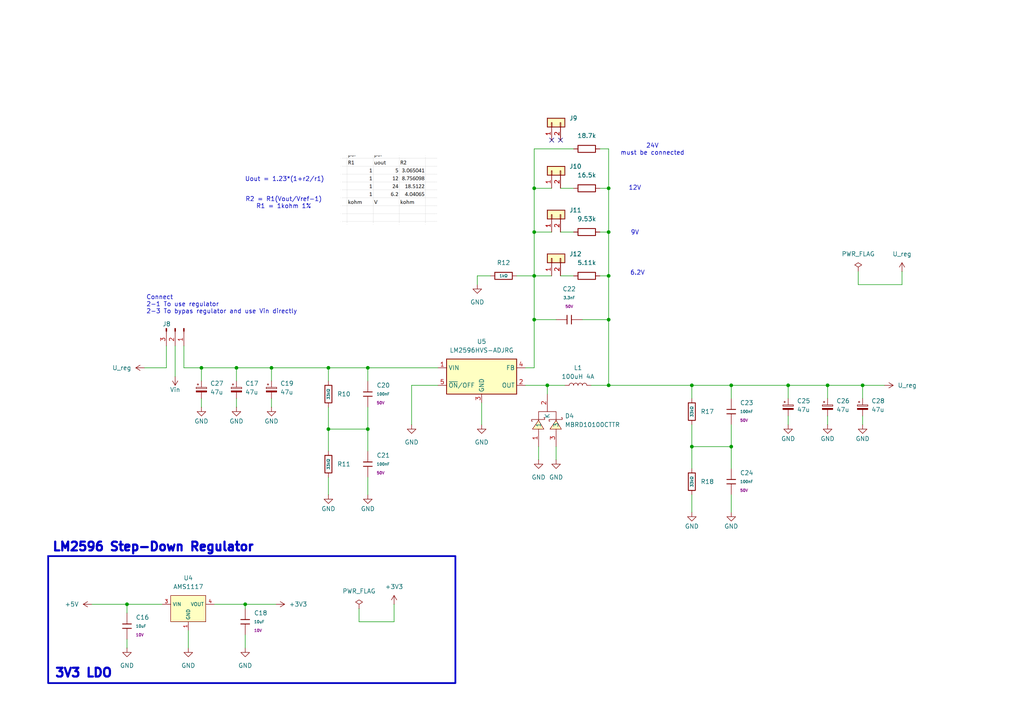
<source format=kicad_sch>
(kicad_sch (version 20250114) (generator "eeschema") (generator_version "9.0")
  (paper "A4")
  (lib_symbols
    (symbol "Connector:Conn_01x03_Pin" (pin_names (offset 1.016) (hide yes))
      (property "Reference" "J" (at 0 5.08 0))
      (property "Value" "Conn_01x03_Pin" (at 0 -5.08 0))
      (symbol "Conn_01x03_Pin_1_1"
        (rectangle (start 0.8636 2.667) (end 0 2.413) (stroke (width 0.1524)) (fill (type outline)))
        (rectangle (start 0.8636 0.127) (end 0 -0.127) (stroke (width 0.1524)) (fill (type outline)))
        (rectangle (start 0.8636 -2.413) (end 0 -2.667) (stroke (width 0.1524)) (fill (type outline)))
        (polyline (pts (xy 1.27 2.54) (xy 0.8636 2.54)) (stroke (width 0.1524)))
        (polyline (pts (xy 1.27 0) (xy 0.8636 0)) (stroke (width 0.1524)))
        (polyline (pts (xy 1.27 -2.54) (xy 0.8636 -2.54)) (stroke (width 0.1524)))
        (pin passive line (at 5.08 2.54 180) (length 3.81) (name "Pin_1") (number "1"))
        (pin passive line (at 5.08 0 180) (length 3.81) (name "Pin_2") (number "2"))
        (pin passive line (at 5.08 -2.54 180) (length 3.81) (name "Pin_3") (number "3"))
      )
    )
    (symbol "Connector_Generic:Conn_01x02" (pin_names (offset 1.016) (hide yes))
      (property "Reference" "J" (at 0 2.54 0))
      (property "Value" "Conn_01x02" (at 0 -5.08 0))
      (symbol "Conn_01x02_1_1"
        (rectangle (start -1.27 1.27) (end 1.27 -3.81) (stroke (width 0.254)) (fill (type background)))
        (rectangle (start -1.27 0.127) (end 0 -0.127) (stroke (width 0.1524)))
        (rectangle (start -1.27 -2.413) (end 0 -2.667) (stroke (width 0.1524)))
        (pin passive line (at -5.08 0 0) (length 3.81) (name "Pin_1") (number "1"))
        (pin passive line (at -5.08 -2.54 0) (length 3.81) (name "Pin_2") (number "2"))
      )
    )
    (symbol "Device:C_Polarized_Small" (pin_numbers (hide yes)) (pin_names (offset 0.254) (hide yes))
      (property "Reference" "C" (at 0.254 1.778 0))
      (property "Value" "C_Polarized_Small" (at 0.254 -2.032 0))
      (symbol "C_Polarized_Small_0_1"
        (rectangle (start -1.524 0.6858) (end 1.524 0.3048))
        (rectangle (start -1.524 -0.3048) (end 1.524 -0.6858) (fill (type outline)))
        (polyline (pts (xy -1.27 1.524) (xy -0.762 1.524)))
        (polyline (pts (xy -1.016 1.27) (xy -1.016 1.778)))
      )
      (symbol "C_Polarized_Small_1_1"
        (pin passive line (at 0 2.54 270) (length 1.8542) (name "~") (number "1"))
        (pin passive line (at 0 -2.54 90) (length 1.8542) (name "~") (number "2"))
      )
    )
    (symbol "Device:L" (pin_numbers (hide yes)) (pin_names (offset 1.016) (hide yes))
      (property "Reference" "L" (at -1.27 0 90))
      (property "Value" "L" (at 1.905 0 90))
      (symbol "L_0_1"
        (arc (start 0 2.54) (mid 0.6323 1.905) (end 0 1.27))
        (arc (start 0 1.27) (mid 0.6323 0.635) (end 0 0))
        (arc (start 0 0) (mid 0.6323 -0.635) (end 0 -1.27))
        (arc (start 0 -1.27) (mid 0.6323 -1.905) (end 0 -2.54))
      )
      (symbol "L_1_1"
        (pin passive line (at 0 3.81 270) (length 1.27) (name "1") (number "1"))
        (pin passive line (at 0 -3.81 90) (length 1.27) (name "2") (number "2"))
      )
    )
    (symbol "Device:R" (pin_numbers (hide yes)) (pin_names (offset 0))
      (property "Reference" "R" (at 2.032 0 90))
      (property "Value" "R" (at 0 0 90))
      (symbol "R_0_1"
        (rectangle (start -1.016 -2.54) (end 1.016 2.54) (stroke (width 0.254)))
      )
      (symbol "R_1_1"
        (pin passive line (at 0 3.81 270) (length 1.27) (name "~") (number "1"))
        (pin passive line (at 0 -3.81 90) (length 1.27) (name "~") (number "2"))
      )
    )
    (symbol "PCM_JLCPCB-Capacitors:0603,100nF" (pin_numbers (hide yes)) (pin_names (offset 0))
      (property "Reference" "C" (at 2.032 1.668 0))
      (property "Value" "100nF" (at 2.032 -0.3782 0))
      (property "Voltage Rated" "50V" (at 2.032 -2.0462 0))
      (symbol "0603,100nF_0_1"
        (polyline (pts (xy -1.27 0.635) (xy 1.27 0.635)) (stroke (width 0.254)))
        (polyline (pts (xy -1.27 -0.635) (xy 1.27 -0.635)) (stroke (width 0.254)))
      )
      (symbol "0603,100nF_1_1"
        (pin passive line (at 0 3.81 270) (length 3.175) (name "~") (number "1"))
        (pin passive line (at 0 -3.81 90) (length 3.175) (name "~") (number "2"))
      )
    )
    (symbol "PCM_JLCPCB-Capacitors:0603,10uF" (pin_numbers (hide yes)) (pin_names (offset 0))
      (property "Reference" "C" (at 2.032 1.668 0))
      (property "Value" "10uF" (at 2.032 -0.3782 0))
      (property "Voltage Rated" "10V" (at 2.032 -2.0462 0))
      (symbol "0603,10uF_0_1"
        (polyline (pts (xy -1.27 0.635) (xy 1.27 0.635)) (stroke (width 0.254)))
        (polyline (pts (xy -1.27 -0.635) (xy 1.27 -0.635)) (stroke (width 0.254)))
      )
      (symbol "0603,10uF_1_1"
        (pin passive line (at 0 3.81 270) (length 3.175) (name "~") (number "1"))
        (pin passive line (at 0 -3.81 90) (length 3.175) (name "~") (number "2"))
      )
    )
    (symbol "PCM_JLCPCB-Capacitors:0603,3.3nF" (pin_numbers (hide yes)) (pin_names (offset 0))
      (property "Reference" "C" (at 2.032 1.668 0))
      (property "Value" "3.3nF" (at 2.032 -0.3782 0))
      (property "Voltage Rated" "50V" (at 2.032 -2.0462 0))
      (symbol "0603,3.3nF_0_1"
        (polyline (pts (xy -1.27 0.635) (xy 1.27 0.635)) (stroke (width 0.254)))
        (polyline (pts (xy -1.27 -0.635) (xy 1.27 -0.635)) (stroke (width 0.254)))
      )
      (symbol "0603,3.3nF_1_1"
        (pin passive line (at 0 3.81 270) (length 3.175) (name "~") (number "1"))
        (pin passive line (at 0 -3.81 90) (length 3.175) (name "~") (number "2"))
      )
    )
    (symbol "PCM_JLCPCB-Power:LDO, 3.3V, 1A"
      (property "Reference" "U" (at 0 8.89 0))
      (property "Value" "AMS1117" (at 0 6.35 0))
      (symbol "LDO, 3.3V, 1A_0_1"
        (rectangle (start -5.08 5.08) (end 5.08 -2.54) (fill (type background)))
        (pin unspecified line (at 0 -5.08 90) (length 2.54) (name "GND") (number "1"))
        (pin unspecified line (at 7.62 2.54 180) (length 2.54) (name "VOUT") (number "4"))
      )
      (symbol "LDO, 3.3V, 1A_1_1"
        (pin unspecified line (at -7.62 2.54 0) (length 2.54) (name "VIN") (number "3"))
        (pin unspecified line (at 7.62 2.54 180) (length 2.54) (hide yes) (name "VOUT") (number "2"))
      )
    )
    (symbol "PCM_JLCPCB-Resistors:0402,1kΩ" (pin_numbers (hide yes)) (pin_names (offset 0))
      (property "Reference" "R" (at 1.778 0 0))
      (property "Value" "1kΩ" (at 0 0 90))
      (symbol "0402,1kΩ_0_1"
        (rectangle (start -1.016 2.54) (end 1.016 -2.54) (stroke (width 0.254)))
      )
      (symbol "0402,1kΩ_1_1"
        (pin passive line (at 0 3.81 270) (length 1.27) (name "~") (number "1"))
        (pin passive line (at 0 -3.81 90) (length 1.27) (name "~") (number "2"))
      )
    )
    (symbol "PCM_JLCPCB-Resistors:0402,33kΩ" (pin_numbers (hide yes)) (pin_names (offset 0))
      (property "Reference" "R" (at 1.778 0 0))
      (property "Value" "33kΩ" (at 0 0 90))
      (symbol "0402,33kΩ_0_1"
        (rectangle (start -1.016 2.54) (end 1.016 -2.54) (stroke (width 0.254)))
      )
      (symbol "0402,33kΩ_1_1"
        (pin passive line (at 0 3.81 270) (length 1.27) (name "~") (number "1"))
        (pin passive line (at 0 -3.81 90) (length 1.27) (name "~") (number "2"))
      )
    )
    (symbol "Regulator_Switching:LM2596S-ADJ"
      (property "Reference" "U" (at -10.16 6.35 0))
      (property "Value" "LM2596S-ADJ" (at 0 6.35 0))
      (symbol "LM2596S-ADJ_0_1"
        (rectangle (start -10.16 5.08) (end 10.16 -5.08) (stroke (width 0.254)) (fill (type background)))
      )
      (symbol "LM2596S-ADJ_1_1"
        (pin power_in line (at -12.7 2.54 0) (length 2.54) (name "VIN") (number "1"))
        (pin input line (at -12.7 -2.54 0) (length 2.54) (name "~{ON}/OFF") (number "5"))
        (pin power_in line (at 0 -7.62 90) (length 2.54) (name "GND") (number "3"))
        (pin input line (at 12.7 2.54 180) (length 2.54) (name "FB") (number "4"))
        (pin output line (at 12.7 -2.54 180) (length 2.54) (name "OUT") (number "2"))
      )
    )
    (symbol "SMC_MBRD10100CTTR:MBRD10100CTTR"
      (property "Reference" "D" (at 0 7.62 0))
      (property "Value" "MBRD10100CTTR" (at 0 -7.62 0))
      (symbol "MBRD10100CTTR_0_1"
        (polyline (pts (xy -2.54 1.02) (xy 0 2.54) (xy -2.54 4.32) (xy -2.54 1.02)) (fill (type background)))
        (polyline (pts (xy -2.54 -4.06) (xy 0 -2.54) (xy -2.54 -0.76) (xy -2.54 -4.06)) (fill (type background)))
        (polyline (pts (xy 0 2.54) (xy 2.54 2.54) (xy 2.54 -2.54) (xy 0 -2.54)))
        (polyline (pts (xy 0.76 1.02) (xy 0.76 0.76) (xy 0.25 0.76) (xy 0.25 4.57) (xy -0.25 4.57) (xy -0.25 4.32)))
        (polyline (pts (xy 0.76 -4.06) (xy 0.76 -4.32) (xy 0.25 -4.32) (xy 0.25 -0.51) (xy -0.25 -0.51) (xy -0.25 -0.76)))
        (pin unspecified line (at -7.62 2.54 0) (length 5.08) (name "1") (number "1"))
        (pin unspecified line (at -7.62 -2.54 0) (length 5.08) (name "3") (number "3"))
        (pin unspecified line (at 7.62 0 180) (length 5.08) (name "K") (number "2"))
      )
    )
    (symbol "power:+5V" (power) (pin_numbers (hide yes)) (pin_names (offset 0) (hide yes))
      (property "Value" "+5V" (at 0 3.556 0))
      (symbol "+5V_0_1"
        (polyline (pts (xy -0.762 1.27) (xy 0 2.54)))
        (polyline (pts (xy 0 2.54) (xy 0.762 1.27)))
        (polyline (pts (xy 0 0) (xy 0 2.54)))
      )
      (symbol "+5V_1_1"
        (pin power_in line (at 0 0 90) (length 0) (name "~") (number "1"))
      )
    )
    (symbol "power:GND" (power) (pin_numbers (hide yes)) (pin_names (offset 0) (hide yes))
      (property "Value" "GND" (at 0 -3.81 0))
      (symbol "GND_0_1"
        (polyline (pts (xy 0 0) (xy 0 -1.27) (xy 1.27 -1.27) (xy 0 -2.54) (xy -1.27 -1.27) (xy 0 -1.27)))
      )
      (symbol "GND_1_1"
        (pin power_in line (at 0 0 270) (length 0) (name "~") (number "1"))
      )
    )
    (symbol "power:PWR_FLAG" (power) (pin_numbers (hide yes)) (pin_names (offset 0) (hide yes))
      (property "Value" "PWR_FLAG" (at 0 3.81 0))
      (symbol "PWR_FLAG_0_0"
        (pin power_out line (at 0 0 90) (length 0) (name "~") (number "1"))
      )
      (symbol "PWR_FLAG_0_1"
        (polyline (pts (xy 0 0) (xy 0 1.27) (xy -1.016 1.905) (xy 0 2.54) (xy 1.016 1.905) (xy 0 1.27)))
      )
    )
    (symbol "power:VCC" (power) (pin_numbers (hide yes)) (pin_names (offset 0) (hide yes))
      (property "Value" "VCC" (at 0 3.556 0))
      (symbol "VCC_0_1"
        (polyline (pts (xy -0.762 1.27) (xy 0 2.54)))
        (polyline (pts (xy 0 2.54) (xy 0.762 1.27)))
        (polyline (pts (xy 0 0) (xy 0 2.54)))
      )
      (symbol "VCC_1_1"
        (pin power_in line (at 0 0 90) (length 0) (name "~") (number "1"))
      )
    )
  )
  (rectangle (start 13.97 161.29) (end 132.08 198.12) (stroke (width 0.508)))
  (text "6.2V\n" (at 184.912 79.248 0) (effects (font (size 1.27 1.27))))
  (text "3V3 LDO\n" (at 15.748 195.326 0) (effects (font (size 2.54 2.54) (thickness 0.762) (bold yes)) (justify left)))
  (text "R2 = R1(Vout/Vref-1)\nR1 = 1kohm 1%\n" (at 82.296 58.928 0) (effects (font (size 1.27 1.27))))
  (text "LM2596 Step-Down Regulator\n" (at 14.986 158.75 0) (effects (font (size 2.54 2.54) (thickness 0.762) (bold yes)) (justify left)))
  (text "Uout = 1.23*(1+r2/r1)\n" (at 82.55 52.07 0) (effects (font (size 1.27 1.27))))
  (text "Connect\n2-1 To use regulator\n2-3 To bypas regulator and use Vin directly" (at 42.418 88.392 0) (effects (font (size 1.27 1.27)) (justify left)))
  (text "9V" (at 184.15 67.564 0) (effects (font (size 1.27 1.27))))
  (text "12V\n" (at 184.15 54.61 0) (effects (font (size 1.27 1.27))))
  (text "24V\nmust be connected" (at 189.23 43.434 0) (effects (font (size 1.27 1.27))))
  (junction (at 71.12 175.26))
  (junction (at 200.66 129.54))
  (junction (at 68.58 106.68))
  (junction (at 176.53 111.76))
  (junction (at 228.6 111.76))
  (junction (at 154.94 67.31))
  (junction (at 200.66 111.76))
  (junction (at 158.75 111.76))
  (junction (at 78.74 106.68))
  (junction (at 176.53 54.61))
  (junction (at 36.83 175.26))
  (junction (at 176.53 67.31))
  (junction (at 154.94 54.61))
  (junction (at 176.53 80.01))
  (junction (at 240.03 111.76))
  (junction (at 212.09 129.54))
  (junction (at 212.09 111.76))
  (junction (at 106.68 106.68))
  (junction (at 95.25 124.46))
  (junction (at 106.68 124.46))
  (junction (at 154.94 92.71))
  (junction (at 176.53 92.71))
  (junction (at 154.94 80.01))
  (junction (at 58.42 106.68))
  (junction (at 95.25 106.68))
  (junction (at 250.19 111.76))
  (no_connect (at 160.02 40.64))
  (no_connect (at 162.56 40.64))
  (wire (pts (xy 104.14 176.53) (xy 104.14 180.34)))
  (wire (pts (xy 176.53 111.76) (xy 200.66 111.76)))
  (wire (pts (xy 154.94 67.31) (xy 160.02 67.31)))
  (wire (pts (xy 162.56 67.31) (xy 166.37 67.31)))
  (wire (pts (xy 154.94 106.68) (xy 152.4 106.68)))
  (wire (pts (xy 168.91 92.71) (xy 176.53 92.71)))
  (wire (pts (xy 139.7 116.84) (xy 139.7 123.19)))
  (wire (pts (xy 54.61 182.88) (xy 54.61 187.96)))
  (wire (pts (xy 95.25 118.11) (xy 95.25 124.46)))
  (wire (pts (xy 149.86 80.01) (xy 154.94 80.01)))
  (wire (pts (xy 119.38 111.76) (xy 127 111.76)))
  (wire (pts (xy 212.09 123.19) (xy 212.09 129.54)))
  (wire (pts (xy 138.43 82.55) (xy 138.43 80.01)))
  (wire (pts (xy 106.68 124.46) (xy 106.68 130.81)))
  (wire (pts (xy 240.03 120.65) (xy 240.03 123.19)))
  (wire (pts (xy 240.03 111.76) (xy 240.03 115.57)))
  (wire (pts (xy 95.25 124.46) (xy 95.25 130.81)))
  (wire (pts (xy 248.92 78.74) (xy 248.92 82.55)))
  (wire (pts (xy 212.09 111.76) (xy 228.6 111.76)))
  (wire (pts (xy 58.42 106.68) (xy 58.42 110.49)))
  (wire (pts (xy 154.94 43.18) (xy 166.37 43.18)))
  (wire (pts (xy 71.12 175.26) (xy 71.12 176.53)))
  (wire (pts (xy 53.34 106.68) (xy 58.42 106.68)))
  (wire (pts (xy 212.09 111.76) (xy 212.09 115.57)))
  (wire (pts (xy 62.23 175.26) (xy 71.12 175.26)))
  (wire (pts (xy 104.14 180.34) (xy 114.3 180.34)))
  (wire (pts (xy 50.8 109.22) (xy 50.8 100.33)))
  (wire (pts (xy 200.66 143.51) (xy 200.66 148.59)))
  (wire (pts (xy 176.53 43.18) (xy 173.99 43.18)))
  (wire (pts (xy 212.09 143.51) (xy 212.09 148.59)))
  (wire (pts (xy 138.43 80.01) (xy 142.24 80.01)))
  (wire (pts (xy 176.53 67.31) (xy 176.53 54.61)))
  (wire (pts (xy 154.94 80.01) (xy 160.02 80.01)))
  (wire (pts (xy 154.94 54.61) (xy 160.02 54.61)))
  (wire (pts (xy 58.42 115.57) (xy 58.42 118.11)))
  (wire (pts (xy 212.09 129.54) (xy 212.09 135.89)))
  (wire (pts (xy 78.74 106.68) (xy 95.25 106.68)))
  (wire (pts (xy 106.68 138.43) (xy 106.68 143.51)))
  (wire (pts (xy 200.66 123.19) (xy 200.66 129.54)))
  (wire (pts (xy 58.42 106.68) (xy 68.58 106.68)))
  (wire (pts (xy 152.4 111.76) (xy 158.75 111.76)))
  (wire (pts (xy 154.94 92.71) (xy 161.29 92.71)))
  (wire (pts (xy 48.26 106.68) (xy 48.26 100.33)))
  (wire (pts (xy 200.66 111.76) (xy 200.66 115.57)))
  (wire (pts (xy 154.94 67.31) (xy 154.94 80.01)))
  (wire (pts (xy 106.68 106.68) (xy 106.68 110.49)))
  (wire (pts (xy 158.75 111.76) (xy 158.75 114.3)))
  (wire (pts (xy 68.58 115.57) (xy 68.58 118.11)))
  (wire (pts (xy 228.6 120.65) (xy 228.6 123.19)))
  (wire (pts (xy 53.34 100.33) (xy 53.34 106.68)))
  (wire (pts (xy 200.66 129.54) (xy 212.09 129.54)))
  (wire (pts (xy 36.83 185.42) (xy 36.83 187.96)))
  (wire (pts (xy 71.12 184.15) (xy 71.12 187.96)))
  (wire (pts (xy 78.74 106.68) (xy 78.74 110.49)))
  (wire (pts (xy 78.74 115.57) (xy 78.74 118.11)))
  (wire (pts (xy 161.29 129.54) (xy 161.29 133.35)))
  (wire (pts (xy 261.62 82.55) (xy 261.62 78.74)))
  (wire (pts (xy 154.94 80.01) (xy 154.94 92.71)))
  (wire (pts (xy 176.53 80.01) (xy 176.53 92.71)))
  (wire (pts (xy 95.25 138.43) (xy 95.25 143.51)))
  (wire (pts (xy 176.53 67.31) (xy 173.99 67.31)))
  (wire (pts (xy 162.56 80.01) (xy 166.37 80.01)))
  (wire (pts (xy 71.12 175.26) (xy 80.01 175.26)))
  (wire (pts (xy 106.68 118.11) (xy 106.68 124.46)))
  (wire (pts (xy 250.19 111.76) (xy 256.54 111.76)))
  (wire (pts (xy 240.03 111.76) (xy 250.19 111.76)))
  (wire (pts (xy 95.25 106.68) (xy 106.68 106.68)))
  (wire (pts (xy 106.68 106.68) (xy 127 106.68)))
  (wire (pts (xy 158.75 111.76) (xy 163.83 111.76)))
  (wire (pts (xy 228.6 111.76) (xy 228.6 115.57)))
  (wire (pts (xy 26.67 175.26) (xy 36.83 175.26)))
  (wire (pts (xy 228.6 111.76) (xy 240.03 111.76)))
  (wire (pts (xy 176.53 54.61) (xy 173.99 54.61)))
  (wire (pts (xy 41.91 106.68) (xy 48.26 106.68)))
  (wire (pts (xy 114.3 175.26) (xy 114.3 180.34)))
  (wire (pts (xy 171.45 111.76) (xy 176.53 111.76)))
  (wire (pts (xy 119.38 123.19) (xy 119.38 111.76)))
  (wire (pts (xy 176.53 92.71) (xy 176.53 111.76)))
  (wire (pts (xy 250.19 120.65) (xy 250.19 123.19)))
  (wire (pts (xy 154.94 54.61) (xy 154.94 67.31)))
  (wire (pts (xy 200.66 111.76) (xy 212.09 111.76)))
  (wire (pts (xy 68.58 106.68) (xy 78.74 106.68)))
  (wire (pts (xy 68.58 106.68) (xy 68.58 110.49)))
  (wire (pts (xy 162.56 54.61) (xy 166.37 54.61)))
  (wire (pts (xy 200.66 129.54) (xy 200.66 135.89)))
  (wire (pts (xy 156.21 133.35) (xy 156.21 129.54)))
  (wire (pts (xy 95.25 106.68) (xy 95.25 110.49)))
  (wire (pts (xy 176.53 54.61) (xy 176.53 43.18)))
  (wire (pts (xy 173.99 80.01) (xy 176.53 80.01)))
  (wire (pts (xy 176.53 80.01) (xy 176.53 67.31)))
  (wire (pts (xy 36.83 177.8) (xy 36.83 175.26)))
  (wire (pts (xy 36.83 175.26) (xy 46.99 175.26)))
  (wire (pts (xy 248.92 82.55) (xy 261.62 82.55)))
  (wire (pts (xy 154.94 92.71) (xy 154.94 106.68)))
  (wire (pts (xy 250.19 111.76) (xy 250.19 115.57)))
  (wire (pts (xy 95.25 124.46) (xy 106.68 124.46)))
  (wire (pts (xy 154.94 43.18) (xy 154.94 54.61)))
  (image (at 112.776 55.118) (scale 0.441642))
  (symbol (lib_id "power:GND") (at 161.29 133.35 0) (unit 1)
    (property "Reference" "#PWR085" (effects (hide yes)))
    (property "Value" "GND" (at 161.29 138.43 0))
    (property "Description" "Power symbol creates a global label with name \"GND\" , ground" (effects (hide yes)))
  )
  (symbol (lib_id "power:VCC") (at 50.8 109.22 180) (unit 1)
    (property "Reference" "#PWR072" (effects (hide yes)))
    (property "Value" "Vin" (at 50.8 113.03 0))
    (property "Description" "Power symbol creates a global label with name \"VCC\"" (effects (hide yes)))
  )
  (symbol (lib_id "power:GND") (at 58.42 118.11 0) (unit 1)
    (property "Reference" "#PWR092" (effects (hide yes)))
    (property "Value" "GND" (at 58.42 122.174 0))
    (property "Description" "Power symbol creates a global label with name \"GND\" , ground" (effects (hide yes)))
  )
  (symbol (lib_id "power:GND") (at 200.66 148.59 0) (unit 1)
    (property "Reference" "#PWR086" (effects (hide yes)))
    (property "Value" "GND" (at 200.66 152.654 0))
    (property "Description" "Power symbol creates a global label with name \"GND\" , ground" (effects (hide yes)))
  )
  (symbol (lib_id "Connector_Generic:Conn_01x02") (at 160.02 74.93 90) (unit 1)
    (property "Reference" "J12" (at 165.1 73.6599 90) (effects (justify right)))
    (property "Value" "Conn_01x02" (effects (hide yes)))
    (property "Footprint" "Connector_PinHeader_2.54mm:PinHeader_1x02_P2.54mm_Horizontal" (effects (hide yes)))
    (property "Description" "Generic connector, single row, 01x02, script generated (kicad-library-utils/schlib/autogen/connector/)" (effects (hide yes)))
  )
  (symbol (lib_id "PCM_JLCPCB-Resistors:0402,33kΩ") (at 95.25 114.3 0) (unit 1)
    (property "Reference" "R10" (at 97.79 114.2999 0) (effects (justify left)))
    (property "Value" "33kΩ" (at 95.25 114.3 90) (effects (font (size 0.8 0.8))))
    (property "Footprint" "PCM_JLCPCB:R_0402" (effects (hide yes)))
    (property "Datasheet" "https://www.lcsc.com/datasheet/lcsc_datasheet_2206010100_UNI-ROYAL-Uniroyal-Elec-0402WGF3302TCE_C25779.pdf" (effects (hide yes)))
    (property "Description" "62.5mW Thick Film Resistors 50V ±100ppm/°C ±1% 33kΩ 0402 Chip Resistor - Surface Mount ROHS" (effects (hide yes)))
    (property "LCSC" "C25779" (effects (hide yes)))
    (property "Stock" "1069887" (effects (hide yes)))
    (property "Price" "0.004USD" (effects (hide yes)))
    (property "Process" "SMT" (effects (hide yes)))
    (property "Minimum Qty" "20" (effects (hide yes)))
    (property "Attrition Qty" "10" (effects (hide yes)))
    (property "Class" "Basic Component" (effects (hide yes)))
    (property "Category" "Resistors,Chip Resistor - Surface Mount" (effects (hide yes)))
    (property "Manufacturer" "UNI-ROYAL(Uniroyal Elec)" (effects (hide yes)))
    (property "Part" "0402WGF3302TCE" (effects (hide yes)))
    (property "Resistance" "33kΩ" (effects (hide yes)))
    (property "Power(Watts)" "62.5mW" (effects (hide yes)))
    (property "Type" "Thick Film Resistors" (effects (hide yes)))
    (property "Overload Voltage (Max)" "50V" (effects (hide yes)))
    (property "Operating Temperature Range" "-55°C~+155°C" (effects (hide yes)))
    (property "Tolerance" "±1%" (effects (hide yes)))
    (property "Temperature Coefficient" "±100ppm/°C" (effects (hide yes)))
  )
  (symbol (lib_id "PCM_JLCPCB-Capacitors:0603,100nF") (at 212.09 119.38 0) (unit 1)
    (property "Reference" "C23" (at 214.63 116.8399 0) (effects (justify left)))
    (property "Value" "100nF" (at 214.63 119.38 0) (effects (font (size 0.8 0.8)) (justify left)))
    (property "Footprint" "PCM_JLCPCB:C_0603" (effects (hide yes)))
    (property "Datasheet" "https://www.lcsc.com/datasheet/lcsc_datasheet_2211101700_YAGEO-CC0603KRX7R9BB104_C14663.pdf" (effects (hide yes)))
    (property "Description" "50V 100nF X7R ±10% 0603 Multilayer Ceramic Capacitors MLCC - SMD/SMT ROHS" (effects (hide yes)))
    (property "LCSC" "C14663" (effects (hide yes)))
    (property "Stock" "70324515" (effects (hide yes)))
    (property "Price" "0.006USD" (effects (hide yes)))
    (property "Process" "SMT" (effects (hide yes)))
    (property "Minimum Qty" "20" (effects (hide yes)))
    (property "Attrition Qty" "10" (effects (hide yes)))
    (property "Class" "Basic Component" (effects (hide yes)))
    (property "Category" "Capacitors,Multilayer Ceramic Capacitors MLCC - SMD/SMT" (effects (hide yes)))
    (property "Manufacturer" "YAGEO" (effects (hide yes)))
    (property "Part" "CC0603KRX7R9BB104" (effects (hide yes)))
    (property "Voltage Rated" "50V" (at 214.63 121.92 0) (effects (font (size 0.8 0.8)) (justify left)))
    (property "Tolerance" "±10%" (effects (hide yes)))
    (property "Capacitance" "100nF" (effects (hide yes)))
    (property "Temperature Coefficient" "X7R" (effects (hide yes)))
  )
  (symbol (lib_id "power:+5V") (at 256.54 111.76 270) (mirror x) (unit 1)
    (property "Reference" "#PWR090" (effects (hide yes)))
    (property "Value" "U_reg" (at 260.35 111.7599 90) (effects (justify left)))
    (property "Description" "Power symbol creates a global label with name \"+5V\"" (effects (hide yes)))
  )
  (symbol (lib_id "PCM_JLCPCB-Power:LDO, 3.3V, 1A") (at 54.61 177.8 0) (unit 1)
    (property "Reference" "U4" (at 54.61 167.64 0))
    (property "Value" "AMS1117" (at 54.61 170.18 0))
    (property "Footprint" "PCM_JLCPCB:SOT-223-3_L6.5-W3.4-P2.30-LS7.0-BR" (effects (hide yes)))
    (property "Datasheet" "https://www.lcsc.com/datasheet/lcsc_datasheet_2410121508_Advanced-Monolithic-Systems-AMS1117-3-3_C6186.pdf" (effects (hide yes)))
    (property "Description" "72dB@(120Hz) 1A Fixed 3.3V Positive electrode SOT-223 Voltage Regulators - Linear, Low Drop Out (LDO) Regulators ROHS" (effects (hide yes)))
    (property "LCSC" "C6186" (effects (hide yes)))
    (property "Stock" "1270542" (effects (hide yes)))
    (property "Price" "0.169USD" (effects (hide yes)))
    (property "Process" "SMT" (effects (hide yes)))
    (property "Minimum Qty" "2" (effects (hide yes)))
    (property "Attrition Qty" "0" (effects (hide yes)))
    (property "Class" "Basic Component" (effects (hide yes)))
    (property "Category" "Power Management ICs,Linear Voltage Regulators (LDO)" (effects (hide yes)))
    (property "Manufacturer" "Advanced Monolithic Systems" (effects (hide yes)))
    (property "Part" "AMS1117-3.3" (effects (hide yes)))
    (property "Number Of Outputs" "1" (effects (hide yes)))
    (property "Output Voltage" "3.3V" (effects (hide yes)))
    (property "Dropout Voltage" "1.3V@(800mA)" (effects (hide yes)))
    (property "Output Current" "1A" (effects (hide yes)))
    (property "Output Type" "Fixed" (effects (hide yes)))
    (property "Output Polarity" "Positive electrode" (effects (hide yes)))
    (property "Power Supply Rejection Ratio (Psrr)" "72dB@(120Hz)" (effects (hide yes)))
    (property "Feature" "Overcurrent Protection(OCP);Thermal Protection(TSD)" (effects (hide yes)))
  )
  (symbol (lib_id "PCM_JLCPCB-Capacitors:0603,100nF") (at 212.09 139.7 0) (unit 1)
    (property "Reference" "C24" (at 214.63 137.1599 0) (effects (justify left)))
    (property "Value" "100nF" (at 214.63 139.7 0) (effects (font (size 0.8 0.8)) (justify left)))
    (property "Footprint" "PCM_JLCPCB:C_0603" (effects (hide yes)))
    (property "Datasheet" "https://www.lcsc.com/datasheet/lcsc_datasheet_2211101700_YAGEO-CC0603KRX7R9BB104_C14663.pdf" (effects (hide yes)))
    (property "Description" "50V 100nF X7R ±10% 0603 Multilayer Ceramic Capacitors MLCC - SMD/SMT ROHS" (effects (hide yes)))
    (property "LCSC" "C14663" (effects (hide yes)))
    (property "Stock" "70324515" (effects (hide yes)))
    (property "Price" "0.006USD" (effects (hide yes)))
    (property "Process" "SMT" (effects (hide yes)))
    (property "Minimum Qty" "20" (effects (hide yes)))
    (property "Attrition Qty" "10" (effects (hide yes)))
    (property "Class" "Basic Component" (effects (hide yes)))
    (property "Category" "Capacitors,Multilayer Ceramic Capacitors MLCC - SMD/SMT" (effects (hide yes)))
    (property "Manufacturer" "YAGEO" (effects (hide yes)))
    (property "Part" "CC0603KRX7R9BB104" (effects (hide yes)))
    (property "Voltage Rated" "50V" (at 214.63 142.24 0) (effects (font (size 0.8 0.8)) (justify left)))
    (property "Tolerance" "±10%" (effects (hide yes)))
    (property "Capacitance" "100nF" (effects (hide yes)))
    (property "Temperature Coefficient" "X7R" (effects (hide yes)))
  )
  (symbol (lib_id "power:GND") (at 119.38 123.19 0) (unit 1)
    (property "Reference" "#PWR081" (effects (hide yes)))
    (property "Value" "GND" (at 119.38 128.27 0))
    (property "Description" "Power symbol creates a global label with name \"GND\" , ground" (effects (hide yes)))
  )
  (symbol (lib_id "power:GND") (at 78.74 118.11 0) (unit 1)
    (property "Reference" "#PWR076" (effects (hide yes)))
    (property "Value" "GND" (at 78.74 122.174 0))
    (property "Description" "Power symbol creates a global label with name \"GND\" , ground" (effects (hide yes)))
  )
  (symbol (lib_id "Device:C_Polarized_Small") (at 250.19 118.11 0) (unit 1)
    (property "Reference" "C28" (at 252.73 116.2938 0) (effects (justify left)))
    (property "Value" "47u" (at 252.73 118.8338 0) (effects (justify left)))
    (property "Footprint" "Capacitor_SMD:CP_Elec_6.3x7.7" (effects (hide yes)))
    (property "Description" "Polarized capacitor, small symbol" (effects (hide yes)))
    (property "LCSC" "C7461235" (effects (hide yes)))
  )
  (symbol (lib_id "power:GND") (at 212.09 148.59 0) (unit 1)
    (property "Reference" "#PWR087" (effects (hide yes)))
    (property "Value" "GND" (at 212.09 152.654 0))
    (property "Description" "Power symbol creates a global label with name \"GND\" , ground" (effects (hide yes)))
  )
  (symbol (lib_id "PCM_JLCPCB-Resistors:0402,1kΩ") (at 146.05 80.01 90) (unit 1)
    (property "Reference" "R12" (at 146.05 76.2 90))
    (property "Value" "1kΩ" (at 146.05 80.01 90) (effects (font (size 0.8 0.8))))
    (property "Footprint" "PCM_JLCPCB:R_0402" (effects (hide yes)))
    (property "Datasheet" "https://www.lcsc.com/datasheet/lcsc_datasheet_2206010216_UNI-ROYAL-Uniroyal-Elec-0402WGF1001TCE_C11702.pdf" (effects (hide yes)))
    (property "Description" "62.5mW Thick Film Resistors 50V ±100ppm/°C ±1% 1kΩ 0402 Chip Resistor - Surface Mount ROHS" (effects (hide yes)))
    (property "LCSC" "C11702" (effects (hide yes)))
    (property "Stock" "13226393" (effects (hide yes)))
    (property "Price" "0.004USD" (effects (hide yes)))
    (property "Process" "SMT" (effects (hide yes)))
    (property "Minimum Qty" "20" (effects (hide yes)))
    (property "Attrition Qty" "10" (effects (hide yes)))
    (property "Class" "Basic Component" (effects (hide yes)))
    (property "Category" "Resistors,Chip Resistor - Surface Mount" (effects (hide yes)))
    (property "Manufacturer" "UNI-ROYAL(Uniroyal Elec)" (effects (hide yes)))
    (property "Part" "0402WGF1001TCE" (effects (hide yes)))
    (property "Resistance" "1kΩ" (effects (hide yes)))
    (property "Power(Watts)" "62.5mW" (effects (hide yes)))
    (property "Type" "Thick Film Resistors" (effects (hide yes)))
    (property "Overload Voltage (Max)" "50V" (effects (hide yes)))
    (property "Operating Temperature Range" "-55°C~+155°C" (effects (hide yes)))
    (property "Tolerance" "±1%" (effects (hide yes)))
    (property "Temperature Coefficient" "±100ppm/°C" (effects (hide yes)))
  )
  (symbol (lib_id "Connector_Generic:Conn_01x02") (at 160.02 62.23 90) (unit 1)
    (property "Reference" "J11" (at 165.1 60.9599 90) (effects (justify right)))
    (property "Value" "Conn_01x02" (effects (hide yes)))
    (property "Footprint" "Connector_PinHeader_2.54mm:PinHeader_1x02_P2.54mm_Horizontal" (effects (hide yes)))
    (property "Description" "Generic connector, single row, 01x02, script generated (kicad-library-utils/schlib/autogen/connector/)" (effects (hide yes)))
  )
  (symbol (lib_id "Regulator_Switching:LM2596S-ADJ") (at 139.7 109.22 0) (unit 1)
    (property "Reference" "U5" (at 139.7 99.06 0))
    (property "Value" "LM2596HVS-ADJRG" (at 139.7 101.6 0))
    (property "Footprint" "Package_TO_SOT_SMD:TO-263-5_TabPin3" (effects (hide yes)))
    (property "Datasheet" "http://www.ti.com/lit/ds/symlink/lm2596.pdf" (effects (hide yes)))
    (property "Description" "HANSCHIP semiconductor LM2596HVS-ADJRG" (effects (hide yes)))
    (property "LCSC" "C22439312" (effects (hide yes)))
  )
  (symbol (lib_id "Connector_Generic:Conn_01x02") (at 160.02 35.56 90) (unit 1)
    (property "Reference" "J9" (at 165.1 34.2899 90) (effects (justify right)))
    (property "Value" "Conn_01x02" (effects (hide yes)))
    (property "Footprint" "Connector_PinHeader_2.54mm:PinHeader_1x02_P2.54mm_Horizontal" (effects (hide yes)))
    (property "Description" "Generic connector, single row, 01x02, script generated (kicad-library-utils/schlib/autogen/connector/)" (effects (hide yes)))
  )
  (symbol (lib_id "power:GND") (at 138.43 82.55 0) (unit 1)
    (property "Reference" "#PWR082" (effects (hide yes)))
    (property "Value" "GND" (at 138.43 87.63 0))
    (property "Description" "Power symbol creates a global label with name \"GND\" , ground" (effects (hide yes)))
  )
  (symbol (lib_id "PCM_JLCPCB-Capacitors:0603,100nF") (at 106.68 134.62 0) (unit 1)
    (property "Reference" "C21" (at 109.22 132.0799 0) (effects (justify left)))
    (property "Value" "100nF" (at 109.22 134.62 0) (effects (font (size 0.8 0.8)) (justify left)))
    (property "Footprint" "PCM_JLCPCB:C_0603" (effects (hide yes)))
    (property "Datasheet" "https://www.lcsc.com/datasheet/lcsc_datasheet_2211101700_YAGEO-CC0603KRX7R9BB104_C14663.pdf" (effects (hide yes)))
    (property "Description" "50V 100nF X7R ±10% 0603 Multilayer Ceramic Capacitors MLCC - SMD/SMT ROHS" (effects (hide yes)))
    (property "LCSC" "C14663" (effects (hide yes)))
    (property "Stock" "70324515" (effects (hide yes)))
    (property "Price" "0.006USD" (effects (hide yes)))
    (property "Process" "SMT" (effects (hide yes)))
    (property "Minimum Qty" "20" (effects (hide yes)))
    (property "Attrition Qty" "10" (effects (hide yes)))
    (property "Class" "Basic Component" (effects (hide yes)))
    (property "Category" "Capacitors,Multilayer Ceramic Capacitors MLCC - SMD/SMT" (effects (hide yes)))
    (property "Manufacturer" "YAGEO" (effects (hide yes)))
    (property "Part" "CC0603KRX7R9BB104" (effects (hide yes)))
    (property "Voltage Rated" "50V" (at 109.22 137.16 0) (effects (font (size 0.8 0.8)) (justify left)))
    (property "Tolerance" "±10%" (effects (hide yes)))
    (property "Capacitance" "100nF" (effects (hide yes)))
    (property "Temperature Coefficient" "X7R" (effects (hide yes)))
  )
  (symbol (lib_id "power:PWR_FLAG") (at 248.92 78.74 0) (unit 1)
    (property "Reference" "#FLG02" (effects (hide yes)))
    (property "Value" "PWR_FLAG" (at 248.92 73.66 0))
    (property "Description" "Special symbol for telling ERC where power comes from" (effects (hide yes)))
  )
  (symbol (lib_id "Device:C_Polarized_Small") (at 228.6 118.11 0) (unit 1)
    (property "Reference" "C25" (at 231.14 116.2938 0) (effects (justify left)))
    (property "Value" "47u" (at 231.14 118.8338 0) (effects (justify left)))
    (property "Footprint" "Capacitor_SMD:CP_Elec_6.3x7.7" (effects (hide yes)))
    (property "Description" "Polarized capacitor, small symbol" (effects (hide yes)))
    (property "LCSC" "C7461235" (effects (hide yes)))
  )
  (symbol (lib_id "PCM_JLCPCB-Resistors:0402,33kΩ") (at 95.25 134.62 0) (unit 1)
    (property "Reference" "R11" (at 97.79 134.6199 0) (effects (justify left)))
    (property "Value" "33kΩ" (at 95.25 134.62 90) (effects (font (size 0.8 0.8))))
    (property "Footprint" "PCM_JLCPCB:R_0402" (effects (hide yes)))
    (property "Datasheet" "https://www.lcsc.com/datasheet/lcsc_datasheet_2206010100_UNI-ROYAL-Uniroyal-Elec-0402WGF3302TCE_C25779.pdf" (effects (hide yes)))
    (property "Description" "62.5mW Thick Film Resistors 50V ±100ppm/°C ±1% 33kΩ 0402 Chip Resistor - Surface Mount ROHS" (effects (hide yes)))
    (property "LCSC" "C25779" (effects (hide yes)))
    (property "Stock" "1069887" (effects (hide yes)))
    (property "Price" "0.004USD" (effects (hide yes)))
    (property "Process" "SMT" (effects (hide yes)))
    (property "Minimum Qty" "20" (effects (hide yes)))
    (property "Attrition Qty" "10" (effects (hide yes)))
    (property "Class" "Basic Component" (effects (hide yes)))
    (property "Category" "Resistors,Chip Resistor - Surface Mount" (effects (hide yes)))
    (property "Manufacturer" "UNI-ROYAL(Uniroyal Elec)" (effects (hide yes)))
    (property "Part" "0402WGF3302TCE" (effects (hide yes)))
    (property "Resistance" "33kΩ" (effects (hide yes)))
    (property "Power(Watts)" "62.5mW" (effects (hide yes)))
    (property "Type" "Thick Film Resistors" (effects (hide yes)))
    (property "Overload Voltage (Max)" "50V" (effects (hide yes)))
    (property "Operating Temperature Range" "-55°C~+155°C" (effects (hide yes)))
    (property "Tolerance" "±1%" (effects (hide yes)))
    (property "Temperature Coefficient" "±100ppm/°C" (effects (hide yes)))
  )
  (symbol (lib_id "Device:C_Polarized_Small") (at 240.03 118.11 0) (unit 1)
    (property "Reference" "C26" (at 242.57 116.2938 0) (effects (justify left)))
    (property "Value" "47u" (at 242.57 118.8338 0) (effects (justify left)))
    (property "Footprint" "Capacitor_SMD:CP_Elec_6.3x7.7" (effects (hide yes)))
    (property "Description" "Polarized capacitor, small symbol" (effects (hide yes)))
    (property "LCSC" "C7461235" (effects (hide yes)))
  )
  (symbol (lib_id "Device:R") (at 170.18 43.18 90) (unit 1)
    (property "Reference" "R13" (effects (hide yes)))
    (property "Value" "18.7k" (at 170.18 39.37 90))
    (property "Footprint" "PCM_JLCPCB:R_0402" (effects (hide yes)))
    (property "Description" "Resistor" (effects (hide yes)))
    (property "LCSC" "C11476" (effects (hide yes)))
  )
  (symbol (lib_id "Connector_Generic:Conn_01x02") (at 160.02 49.53 90) (unit 1)
    (property "Reference" "J10" (at 165.1 48.2599 90) (effects (justify right)))
    (property "Value" "Conn_01x02" (effects (hide yes)))
    (property "Footprint" "Connector_PinHeader_2.54mm:PinHeader_1x02_P2.54mm_Horizontal" (effects (hide yes)))
    (property "Description" "Generic connector, single row, 01x02, script generated (kicad-library-utils/schlib/autogen/connector/)" (effects (hide yes)))
  )
  (symbol (lib_id "power:GND") (at 250.19 123.19 0) (unit 1)
    (property "Reference" "#PWR094" (effects (hide yes)))
    (property "Value" "GND" (at 250.19 127.254 0))
    (property "Description" "Power symbol creates a global label with name \"GND\" , ground" (effects (hide yes)))
  )
  (symbol (lib_id "power:GND") (at 106.68 143.51 0) (unit 1)
    (property "Reference" "#PWR079" (effects (hide yes)))
    (property "Value" "GND" (at 106.68 147.574 0))
    (property "Description" "Power symbol creates a global label with name \"GND\" , ground" (effects (hide yes)))
  )
  (symbol (lib_id "PCM_JLCPCB-Capacitors:0603,100nF") (at 106.68 114.3 0) (unit 1)
    (property "Reference" "C20" (at 109.22 111.7599 0) (effects (justify left)))
    (property "Value" "100nF" (at 109.22 114.3 0) (effects (font (size 0.8 0.8)) (justify left)))
    (property "Footprint" "PCM_JLCPCB:C_0603" (effects (hide yes)))
    (property "Datasheet" "https://www.lcsc.com/datasheet/lcsc_datasheet_2211101700_YAGEO-CC0603KRX7R9BB104_C14663.pdf" (effects (hide yes)))
    (property "Description" "50V 100nF X7R ±10% 0603 Multilayer Ceramic Capacitors MLCC - SMD/SMT ROHS" (effects (hide yes)))
    (property "LCSC" "C14663" (effects (hide yes)))
    (property "Stock" "70324515" (effects (hide yes)))
    (property "Price" "0.006USD" (effects (hide yes)))
    (property "Process" "SMT" (effects (hide yes)))
    (property "Minimum Qty" "20" (effects (hide yes)))
    (property "Attrition Qty" "10" (effects (hide yes)))
    (property "Class" "Basic Component" (effects (hide yes)))
    (property "Category" "Capacitors,Multilayer Ceramic Capacitors MLCC - SMD/SMT" (effects (hide yes)))
    (property "Manufacturer" "YAGEO" (effects (hide yes)))
    (property "Part" "CC0603KRX7R9BB104" (effects (hide yes)))
    (property "Voltage Rated" "50V" (at 109.22 116.84 0) (effects (font (size 0.8 0.8)) (justify left)))
    (property "Tolerance" "±10%" (effects (hide yes)))
    (property "Capacitance" "100nF" (effects (hide yes)))
    (property "Temperature Coefficient" "X7R" (effects (hide yes)))
  )
  (symbol (lib_id "power:+5V") (at 261.62 78.74 0) (mirror y) (unit 1)
    (property "Reference" "#PWR091" (effects (hide yes)))
    (property "Value" "U_reg" (at 261.62 73.66 0))
    (property "Description" "Power symbol creates a global label with name \"+5V\"" (effects (hide yes)))
  )
  (symbol (lib_id "Device:R") (at 170.18 80.01 90) (unit 1)
    (property "Reference" "R16" (effects (hide yes)))
    (property "Value" "5.11k" (at 170.18 76.2 90))
    (property "Footprint" "PCM_JLCPCB:R_0402" (effects (hide yes)))
    (property "Description" "Resistor" (effects (hide yes)))
    (property "LCSC" "C274895" (effects (hide yes)))
  )
  (symbol (lib_id "Connector:Conn_01x03_Pin") (at 50.8 95.25 270) (unit 1)
    (property "Reference" "J8" (at 49.5299 93.98 90) (effects (justify right)))
    (property "Value" "Conn_01x03_Pin" (effects (hide yes)))
    (property "Footprint" "Connector_PinHeader_2.54mm:PinHeader_1x03_P2.54mm_Vertical" (effects (hide yes)))
    (property "Description" "Generic connector, single row, 01x03, script generated" (effects (hide yes)))
  )
  (symbol (lib_id "power:+5V") (at 41.91 106.68 90) (mirror x) (unit 1)
    (property "Reference" "#PWR071" (effects (hide yes)))
    (property "Value" "U_reg" (at 38.1 106.6799 90) (effects (justify left)))
    (property "Description" "Power symbol creates a global label with name \"+5V\"" (effects (hide yes)))
  )
  (symbol (lib_id "power:GND") (at 54.61 187.96 0) (unit 1)
    (property "Reference" "#PWR073" (effects (hide yes)))
    (property "Value" "GND" (at 54.61 193.04 0))
    (property "Description" "Power symbol creates a global label with name \"GND\" , ground" (effects (hide yes)))
  )
  (symbol (lib_id "power:+5V") (at 114.3 175.26 0) (mirror y) (unit 1)
    (property "Reference" "#PWR080" (effects (hide yes)))
    (property "Value" "+3V3" (at 114.3 170.18 0))
    (property "Description" "Power symbol creates a global label with name \"+5V\"" (effects (hide yes)))
  )
  (symbol (lib_id "Device:C_Polarized_Small") (at 58.42 113.03 0) (unit 1)
    (property "Reference" "C27" (at 60.96 111.2138 0) (effects (justify left)))
    (property "Value" "47u" (at 60.96 113.7538 0) (effects (justify left)))
    (property "Footprint" "Capacitor_SMD:CP_Elec_6.3x7.7" (effects (hide yes)))
    (property "Description" "Polarized capacitor, small symbol" (effects (hide yes)))
    (property "LCSC" "C7461235" (effects (hide yes)))
  )
  (symbol (lib_id "PCM_JLCPCB-Capacitors:0603,3.3nF") (at 165.1 92.71 90) (unit 1)
    (property "Reference" "C22" (at 165.1 83.82 90))
    (property "Value" "3.3nF" (at 165.1 86.36 90) (effects (font (size 0.8 0.8))))
    (property "Footprint" "PCM_JLCPCB:C_0603" (effects (hide yes)))
    (property "Datasheet" "https://www.lcsc.com/datasheet/lcsc_datasheet_2304140030_Samsung-Electro-Mechanics-CL10B332KB8NNNC_C1613.pdf" (effects (hide yes)))
    (property "Description" "50V 3.3nF X7R ±10% 0603 Multilayer Ceramic Capacitors MLCC - SMD/SMT ROHS" (effects (hide yes)))
    (property "LCSC" "C1613" (effects (hide yes)))
    (property "Stock" "135772" (effects (hide yes)))
    (property "Price" "0.008USD" (effects (hide yes)))
    (property "Process" "SMT" (effects (hide yes)))
    (property "Minimum Qty" "20" (effects (hide yes)))
    (property "Attrition Qty" "10" (effects (hide yes)))
    (property "Class" "Basic Component" (effects (hide yes)))
    (property "Category" "Capacitors,Multilayer Ceramic Capacitors MLCC - SMD/SMT" (effects (hide yes)))
    (property "Manufacturer" "Samsung Electro-Mechanics" (effects (hide yes)))
    (property "Part" "CL10B332KB8NNNC" (effects (hide yes)))
    (property "Voltage Rated" "50V" (at 165.1 88.9 90) (effects (font (size 0.8 0.8))))
    (property "Tolerance" "±10%" (effects (hide yes)))
    (property "Capacitance" "3.3nF" (effects (hide yes)))
    (property "Temperature Coefficient" "X7R" (effects (hide yes)))
  )
  (symbol (lib_id "Device:C_Polarized_Small") (at 68.58 113.03 0) (unit 1)
    (property "Reference" "C17" (at 71.12 111.2138 0) (effects (justify left)))
    (property "Value" "47u" (at 71.12 113.7538 0) (effects (justify left)))
    (property "Footprint" "Capacitor_SMD:CP_Elec_6.3x7.7" (effects (hide yes)))
    (property "Description" "Polarized capacitor, small symbol" (effects (hide yes)))
    (property "LCSC" "C7461235" (effects (hide yes)))
  )
  (symbol (lib_id "power:GND") (at 156.21 133.35 0) (unit 1)
    (property "Reference" "#PWR084" (effects (hide yes)))
    (property "Value" "GND" (at 156.21 138.43 0))
    (property "Description" "Power symbol creates a global label with name \"GND\" , ground" (effects (hide yes)))
  )
  (symbol (lib_id "Device:L") (at 167.64 111.76 90) (unit 1)
    (property "Reference" "L1" (at 167.64 106.68 90))
    (property "Value" "100uH 4A" (at 167.64 109.22 90))
    (property "Footprint" "Inductor_SMD:L_Sunlord_SWRB1207S" (effects (hide yes)))
    (property "Description" "Inductor" (effects (hide yes)))
    (property "LCSC" " C5368704" (effects (hide yes)))
  )
  (symbol (lib_id "power:GND") (at 139.7 123.19 0) (unit 1)
    (property "Reference" "#PWR083" (effects (hide yes)))
    (property "Value" "GND" (at 139.7 128.27 0))
    (property "Description" "Power symbol creates a global label with name \"GND\" , ground" (effects (hide yes)))
  )
  (symbol (lib_id "power:+5V") (at 80.01 175.26 270) (mirror x) (unit 1)
    (property "Reference" "#PWR077" (effects (hide yes)))
    (property "Value" "+3V3" (at 83.82 175.2599 90) (effects (justify left)))
    (property "Description" "Power symbol creates a global label with name \"+5V\"" (effects (hide yes)))
  )
  (symbol (lib_id "power:GND") (at 71.12 187.96 0) (unit 1)
    (property "Reference" "#PWR075" (effects (hide yes)))
    (property "Value" "GND" (at 71.12 193.04 0))
    (property "Description" "Power symbol creates a global label with name \"GND\" , ground" (effects (hide yes)))
  )
  (symbol (lib_id "PCM_JLCPCB-Capacitors:0603,10uF") (at 36.83 181.61 0) (unit 1)
    (property "Reference" "C16" (at 39.37 179.0699 0) (effects (justify left)))
    (property "Value" "10uF" (at 39.37 181.61 0) (effects (font (size 0.8 0.8)) (justify left)))
    (property "Footprint" "PCM_JLCPCB:C_0603" (effects (hide yes)))
    (property "Datasheet" "https://www.lcsc.com/datasheet/lcsc_datasheet_2304140030_Samsung-Electro-Mechanics-CL10A106KP8NNNC_C19702.pdf" (effects (hide yes)))
    (property "Description" "10V 10uF X5R ±10% 0603 Multilayer Ceramic Capacitors MLCC - SMD/SMT ROHS" (effects (hide yes)))
    (property "LCSC" "C19702" (effects (hide yes)))
    (property "Stock" "9881407" (effects (hide yes)))
    (property "Price" "0.009USD" (effects (hide yes)))
    (property "Process" "SMT" (effects (hide yes)))
    (property "Minimum Qty" "20" (effects (hide yes)))
    (property "Attrition Qty" "10" (effects (hide yes)))
    (property "Class" "Basic Component" (effects (hide yes)))
    (property "Category" "Capacitors,Multilayer Ceramic Capacitors MLCC - SMD/SMT" (effects (hide yes)))
    (property "Manufacturer" "Samsung Electro-Mechanics" (effects (hide yes)))
    (property "Part" "CL10A106KP8NNNC" (effects (hide yes)))
    (property "Voltage Rated" "10V" (at 39.37 184.15 0) (effects (font (size 0.8 0.8)) (justify left)))
    (property "Tolerance" "±10%" (effects (hide yes)))
    (property "Capacitance" "10uF" (effects (hide yes)))
    (property "Temperature Coefficient" "X5R" (effects (hide yes)))
  )
  (symbol (lib_id "power:GND") (at 36.83 187.96 0) (unit 1)
    (property "Reference" "#PWR070" (effects (hide yes)))
    (property "Value" "GND" (at 36.83 193.04 0))
    (property "Description" "Power symbol creates a global label with name \"GND\" , ground" (effects (hide yes)))
  )
  (symbol (lib_id "PCM_JLCPCB-Resistors:0402,33kΩ") (at 200.66 139.7 0) (unit 1)
    (property "Reference" "R18" (at 203.2 139.6999 0) (effects (justify left)))
    (property "Value" "33kΩ" (at 200.66 139.7 90) (effects (font (size 0.8 0.8))))
    (property "Footprint" "PCM_JLCPCB:R_0402" (effects (hide yes)))
    (property "Datasheet" "https://www.lcsc.com/datasheet/lcsc_datasheet_2206010100_UNI-ROYAL-Uniroyal-Elec-0402WGF3302TCE_C25779.pdf" (effects (hide yes)))
    (property "Description" "62.5mW Thick Film Resistors 50V ±100ppm/°C ±1% 33kΩ 0402 Chip Resistor - Surface Mount ROHS" (effects (hide yes)))
    (property "LCSC" "C25779" (effects (hide yes)))
    (property "Stock" "1069887" (effects (hide yes)))
    (property "Price" "0.004USD" (effects (hide yes)))
    (property "Process" "SMT" (effects (hide yes)))
    (property "Minimum Qty" "20" (effects (hide yes)))
    (property "Attrition Qty" "10" (effects (hide yes)))
    (property "Class" "Basic Component" (effects (hide yes)))
    (property "Category" "Resistors,Chip Resistor - Surface Mount" (effects (hide yes)))
    (property "Manufacturer" "UNI-ROYAL(Uniroyal Elec)" (effects (hide yes)))
    (property "Part" "0402WGF3302TCE" (effects (hide yes)))
    (property "Resistance" "33kΩ" (effects (hide yes)))
    (property "Power(Watts)" "62.5mW" (effects (hide yes)))
    (property "Type" "Thick Film Resistors" (effects (hide yes)))
    (property "Overload Voltage (Max)" "50V" (effects (hide yes)))
    (property "Operating Temperature Range" "-55°C~+155°C" (effects (hide yes)))
    (property "Tolerance" "±1%" (effects (hide yes)))
    (property "Temperature Coefficient" "±100ppm/°C" (effects (hide yes)))
  )
  (symbol (lib_id "power:GND") (at 228.6 123.19 0) (unit 1)
    (property "Reference" "#PWR088" (effects (hide yes)))
    (property "Value" "GND" (at 228.6 127.254 0))
    (property "Description" "Power symbol creates a global label with name \"GND\" , ground" (effects (hide yes)))
  )
  (symbol (lib_id "power:+5V") (at 26.67 175.26 90) (unit 1)
    (property "Reference" "#PWR069" (effects (hide yes)))
    (property "Value" "+5V" (at 22.86 175.2599 90) (effects (justify left)))
    (property "Description" "Power symbol creates a global label with name \"+5V\"" (effects (hide yes)))
  )
  (symbol (lib_id "SMC_MBRD10100CTTR:MBRD10100CTTR") (at 158.75 121.92 90) (unit 1)
    (property "Reference" "D4" (at 163.83 120.6499 90) (effects (justify right)))
    (property "Value" "MBRD10100CTTR" (at 163.83 123.1899 90) (effects (justify right)))
    (property "Footprint" "SMC_MBRD10100CTTR:TO-252-3_L6.5-W5.8-P4.58-TL" (effects (hide yes)))
    (property "Datasheet" "https://lcsc.com/product-detail/Schottky-Barrier-Diodes-SBD_MCC_MBRD10100CTTR_MBRD10100CTTR_C135494.html" (effects (hide yes)))
    (property "LCSC Part" "C135494" (effects (hide yes)))
  )
  (symbol (lib_id "PCM_JLCPCB-Resistors:0402,33kΩ") (at 200.66 119.38 0) (unit 1)
    (property "Reference" "R17" (at 203.2 119.3799 0) (effects (justify left)))
    (property "Value" "33kΩ" (at 200.66 119.38 90) (effects (font (size 0.8 0.8))))
    (property "Footprint" "PCM_JLCPCB:R_0402" (effects (hide yes)))
    (property "Datasheet" "https://www.lcsc.com/datasheet/lcsc_datasheet_2206010100_UNI-ROYAL-Uniroyal-Elec-0402WGF3302TCE_C25779.pdf" (effects (hide yes)))
    (property "Description" "62.5mW Thick Film Resistors 50V ±100ppm/°C ±1% 33kΩ 0402 Chip Resistor - Surface Mount ROHS" (effects (hide yes)))
    (property "LCSC" "C25779" (effects (hide yes)))
    (property "Stock" "1069887" (effects (hide yes)))
    (property "Price" "0.004USD" (effects (hide yes)))
    (property "Process" "SMT" (effects (hide yes)))
    (property "Minimum Qty" "20" (effects (hide yes)))
    (property "Attrition Qty" "10" (effects (hide yes)))
    (property "Class" "Basic Component" (effects (hide yes)))
    (property "Category" "Resistors,Chip Resistor - Surface Mount" (effects (hide yes)))
    (property "Manufacturer" "UNI-ROYAL(Uniroyal Elec)" (effects (hide yes)))
    (property "Part" "0402WGF3302TCE" (effects (hide yes)))
    (property "Resistance" "33kΩ" (effects (hide yes)))
    (property "Power(Watts)" "62.5mW" (effects (hide yes)))
    (property "Type" "Thick Film Resistors" (effects (hide yes)))
    (property "Overload Voltage (Max)" "50V" (effects (hide yes)))
    (property "Operating Temperature Range" "-55°C~+155°C" (effects (hide yes)))
    (property "Tolerance" "±1%" (effects (hide yes)))
    (property "Temperature Coefficient" "±100ppm/°C" (effects (hide yes)))
  )
  (symbol (lib_id "power:GND") (at 68.58 118.11 0) (unit 1)
    (property "Reference" "#PWR074" (effects (hide yes)))
    (property "Value" "GND" (at 68.58 122.174 0))
    (property "Description" "Power symbol creates a global label with name \"GND\" , ground" (effects (hide yes)))
  )
  (symbol (lib_id "Device:C_Polarized_Small") (at 78.74 113.03 0) (unit 1)
    (property "Reference" "C19" (at 81.28 111.2138 0) (effects (justify left)))
    (property "Value" "47u" (at 81.28 113.7538 0) (effects (justify left)))
    (property "Footprint" "Capacitor_SMD:CP_Elec_6.3x7.7" (effects (hide yes)))
    (property "Description" "Polarized capacitor, small symbol" (effects (hide yes)))
    (property "LCSC" "C7461235" (effects (hide yes)))
  )
  (symbol (lib_id "power:GND") (at 95.25 143.51 0) (unit 1)
    (property "Reference" "#PWR078" (effects (hide yes)))
    (property "Value" "GND" (at 95.25 147.574 0))
    (property "Description" "Power symbol creates a global label with name \"GND\" , ground" (effects (hide yes)))
  )
  (symbol (lib_id "power:GND") (at 240.03 123.19 0) (unit 1)
    (property "Reference" "#PWR089" (effects (hide yes)))
    (property "Value" "GND" (at 240.03 127.254 0))
    (property "Description" "Power symbol creates a global label with name \"GND\" , ground" (effects (hide yes)))
  )
  (symbol (lib_id "power:PWR_FLAG") (at 104.14 176.53 0) (unit 1)
    (property "Reference" "#FLG01" (effects (hide yes)))
    (property "Value" "PWR_FLAG" (at 104.14 171.45 0))
    (property "Description" "Special symbol for telling ERC where power comes from" (effects (hide yes)))
  )
  (symbol (lib_id "PCM_JLCPCB-Capacitors:0603,10uF") (at 71.12 180.34 0) (unit 1)
    (property "Reference" "C18" (at 73.66 177.7999 0) (effects (justify left)))
    (property "Value" "10uF" (at 73.66 180.34 0) (effects (font (size 0.8 0.8)) (justify left)))
    (property "Footprint" "PCM_JLCPCB:C_0603" (effects (hide yes)))
    (property "Datasheet" "https://www.lcsc.com/datasheet/lcsc_datasheet_2304140030_Samsung-Electro-Mechanics-CL10A106KP8NNNC_C19702.pdf" (effects (hide yes)))
    (property "Description" "10V 10uF X5R ±10% 0603 Multilayer Ceramic Capacitors MLCC - SMD/SMT ROHS" (effects (hide yes)))
    (property "LCSC" "C19702" (effects (hide yes)))
    (property "Stock" "9881407" (effects (hide yes)))
    (property "Price" "0.009USD" (effects (hide yes)))
    (property "Process" "SMT" (effects (hide yes)))
    (property "Minimum Qty" "20" (effects (hide yes)))
    (property "Attrition Qty" "10" (effects (hide yes)))
    (property "Class" "Basic Component" (effects (hide yes)))
    (property "Category" "Capacitors,Multilayer Ceramic Capacitors MLCC - SMD/SMT" (effects (hide yes)))
    (property "Manufacturer" "Samsung Electro-Mechanics" (effects (hide yes)))
    (property "Part" "CL10A106KP8NNNC" (effects (hide yes)))
    (property "Voltage Rated" "10V" (at 73.66 182.88 0) (effects (font (size 0.8 0.8)) (justify left)))
    (property "Tolerance" "±10%" (effects (hide yes)))
    (property "Capacitance" "10uF" (effects (hide yes)))
    (property "Temperature Coefficient" "X5R" (effects (hide yes)))
  )
  (symbol (lib_id "Device:R") (at 170.18 67.31 90) (unit 1)
    (property "Reference" "R15" (effects (hide yes)))
    (property "Value" "9.53k" (at 170.18 63.5 90))
    (property "Footprint" "PCM_JLCPCB:R_0402" (effects (hide yes)))
    (property "Description" "Resistor" (effects (hide yes)))
    (property "LCSC" "C295883" (effects (hide yes)))
  )
  (symbol (lib_id "Device:R") (at 170.18 54.61 90) (unit 1)
    (property "Reference" "R14" (effects (hide yes)))
    (property "Value" "16.5k" (at 170.18 50.8 90))
    (property "Footprint" "PCM_JLCPCB:R_0402" (effects (hide yes)))
    (property "Description" "Resistor" (effects (hide yes)))
    (property "LCSC" "C25857 " (effects (hide yes)))
  )
)
</source>
